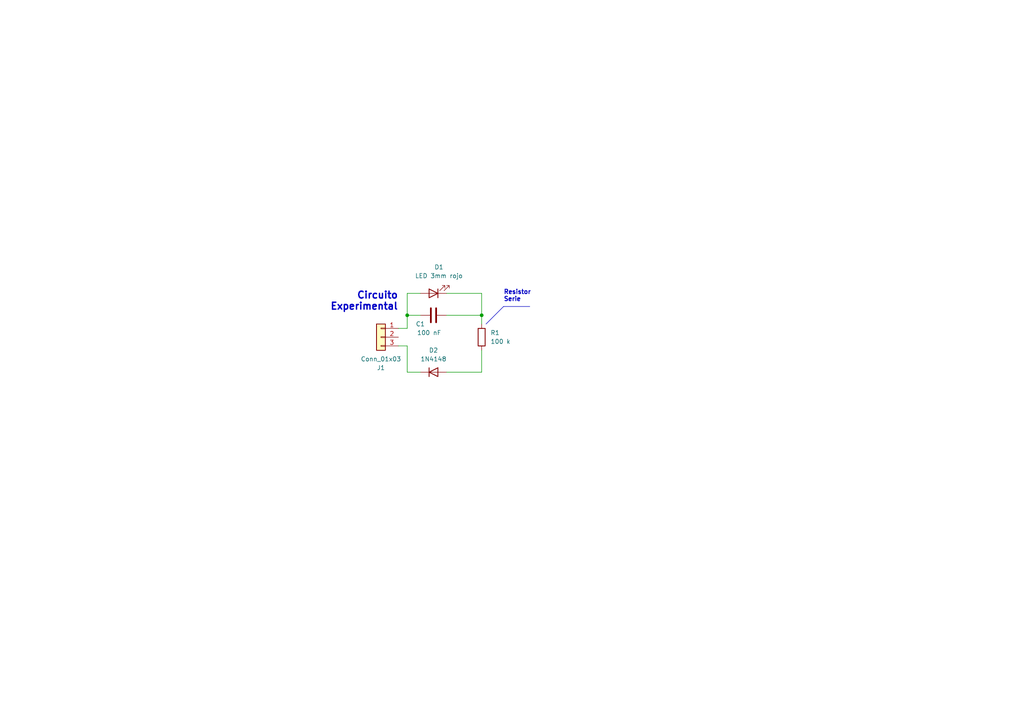
<source format=kicad_sch>
(kicad_sch (version 20231120) (generator "eeschema") (generator_version "8.0")
  (paper "A4")
  (title_block (title "Kicad Tour") (date "2023-06-09") (company "Curso KiCad") (comment 1 "Autor: Diego Brengi"))
  (lib_symbols
    (symbol "Connector_Generic:Conn_01x03" (pin_names (offset 1.016) hide)
      (property "Reference" "J" (at 0 5.08 0))
      (property "Value" "Conn_01x03" (at 0 -5.08 0))
      (symbol "Conn_01x03_1_1"
        (rectangle (start -1.27 -2.413) (end 0 -2.667) (stroke (width 0.1524)))
        (rectangle (start -1.27 0.127) (end 0 -0.127) (stroke (width 0.1524)))
        (rectangle (start -1.27 2.667) (end 0 2.413) (stroke (width 0.1524)))
        (rectangle (start -1.27 3.81) (end 1.27 -3.81) (stroke (width 0.254)) (fill (type background)))
        (pin passive line (at -5.08 2.54 0) (length 3.81) (name "Pin_1") (number "1"))
        (pin passive line (at -5.08 0 0) (length 3.81) (name "Pin_2") (number "2"))
        (pin passive line (at -5.08 -2.54 0) (length 3.81) (name "Pin_3") (number "3"))
      )
    )
    (symbol "Device:C" (pin_numbers hide) (pin_names (offset 0.254))
      (property "Reference" "C" (at 0.635 2.54 0))
      (property "Value" "C" (at 0.635 -2.54 0))
      (symbol "C_0_1"
        (polyline (pts (xy -2.032 -0.762) (xy 2.032 -0.762)) (stroke (width 0.508)))
        (polyline (pts (xy -2.032 0.762) (xy 2.032 0.762)) (stroke (width 0.508)))
      )
      (symbol "C_1_1"
        (pin passive line (at 0 3.81 270) (length 2.794) (name "~") (number "1"))
        (pin passive line (at 0 -3.81 90) (length 2.794) (name "~") (number "2"))
      )
    )
    (symbol "Device:D" (pin_numbers hide) (pin_names (offset 1.016) hide)
      (property "Reference" "D" (at 0 2.54 0))
      (property "Value" "D" (at 0 -2.54 0))
      (symbol "D_0_1"
        (polyline (pts (xy -1.27 1.27) (xy -1.27 -1.27)) (stroke (width 0.254)))
        (polyline (pts (xy 1.27 0) (xy -1.27 0)))
        (polyline (pts (xy 1.27 1.27) (xy 1.27 -1.27) (xy -1.27 0) (xy 1.27 1.27)) (stroke (width 0.254)))
      )
      (symbol "D_1_1"
        (pin passive line (at -3.81 0 0) (length 2.54) (name "K") (number "1"))
        (pin passive line (at 3.81 0 180) (length 2.54) (name "A") (number "2"))
      )
    )
    (symbol "Device:LED" (pin_numbers hide) (pin_names (offset 1.016) hide)
      (property "Reference" "D" (at 0 2.54 0))
      (property "Value" "LED" (at 0 -2.54 0))
      (symbol "LED_0_1"
        (polyline (pts (xy -1.27 -1.27) (xy -1.27 1.27)) (stroke (width 0.254)))
        (polyline (pts (xy -1.27 0) (xy 1.27 0)))
        (polyline (pts (xy 1.27 -1.27) (xy 1.27 1.27) (xy -1.27 0) (xy 1.27 -1.27)) (stroke (width 0.254)))
        (polyline (pts (xy -3.048 -0.762) (xy -4.572 -2.286) (xy -3.81 -2.286) (xy -4.572 -2.286) (xy -4.572 -1.524)))
        (polyline (pts (xy -1.778 -0.762) (xy -3.302 -2.286) (xy -2.54 -2.286) (xy -3.302 -2.286) (xy -3.302 -1.524)))
      )
      (symbol "LED_1_1"
        (pin passive line (at -3.81 0 0) (length 2.54) (name "K") (number "1"))
        (pin passive line (at 3.81 0 180) (length 2.54) (name "A") (number "2"))
      )
    )
    (symbol "Device:R" (pin_numbers hide) (pin_names (offset 0))
      (property "Reference" "R" (at 2.032 0 90))
      (property "Value" "R" (at 0 0 90))
      (symbol "R_0_1"
        (rectangle (start -1.016 -2.54) (end 1.016 2.54) (stroke (width 0.254)))
      )
      (symbol "R_1_1"
        (pin passive line (at 0 3.81 270) (length 1.27) (name "~") (number "1"))
        (pin passive line (at 0 -3.81 90) (length 1.27) (name "~") (number "2"))
      )
    )
  )
  (junction (at 118.11 91.44))
  (junction (at 139.7 91.44))
  (wire (pts (xy 118.11 91.44) (xy 121.92 91.44)))
  (wire (pts (xy 118.11 95.25) (xy 118.11 91.44)))
  (wire (pts (xy 118.11 100.33) (xy 115.57 100.33)))
  (wire (pts (xy 118.11 85.09) (xy 121.92 85.09)))
  (wire (pts (xy 139.7 101.6) (xy 139.7 107.95)))
  (wire (pts (xy 139.7 91.44) (xy 139.7 93.98)))
  (polyline (pts (xy 140.97 93.98) (xy 146.05 88.9)))
  (wire (pts (xy 118.11 91.44) (xy 118.11 85.09)))
  (wire (pts (xy 129.54 91.44) (xy 139.7 91.44)))
  (wire (pts (xy 139.7 85.09) (xy 139.7 91.44)))
  (wire (pts (xy 118.11 107.95) (xy 118.11 100.33)))
  (wire (pts (xy 139.7 107.95) (xy 129.54 107.95)))
  (wire (pts (xy 129.54 85.09) (xy 139.7 85.09)))
  (wire (pts (xy 118.11 95.25) (xy 115.57 95.25)))
  (polyline (pts (xy 146.05 88.9) (xy 153.67 88.9)))
  (wire (pts (xy 121.92 107.95) (xy 118.11 107.95)))
  (text "Circuito\nExperimental" (at 115.57 90.17 0) (effects (font (size 2 2) (thickness 0.4) (bold yes)) (justify right bottom)))
  (text "Resistor\nSerie" (at 146.05 87.63 0) (effects (font (size 1.27 1.27) (thickness 0.254) (bold yes)) (justify left bottom)))
  (symbol (lib_id "Device:LED") (at 125.73 85.09 180) (unit 1)
    (property "Reference" "D1" (at 127.3175 77.47 0))
    (property "Value" "LED 3mm rojo" (at 127.3175 80.01 0))
    (property "Footprint" "LED_THT:LED_D3.0mm" (effects (hide yes)))
  )
  (symbol (lib_id "Device:D") (at 125.73 107.95 0) (unit 1)
    (property "Reference" "D2" (at 125.73 101.6 0))
    (property "Value" "1N4148" (at 125.73 104.14 0))
    (property "Footprint" "Diode_THT:D_DO-34_SOD68_P7.62mm_Horizontal" (effects (hide yes)))
    (property "Sim.Device" "D" (effects (hide yes)))
    (property "Sim.Pins" "1=K 2=A" (effects (hide yes)))
  )
  (symbol (lib_id "Device:R") (at 139.7 97.79 0) (unit 1)
    (property "Reference" "R1" (at 142.24 96.52 0) (effects (justify left)))
    (property "Value" "100 k" (at 142.24 99.06 0) (effects (justify left)))
    (property "Footprint" "Resistor_THT:R_Axial_DIN0207_L6.3mm_D2.5mm_P10.16mm_Horizontal" (effects (hide yes)))
  )
  (symbol (lib_id "Device:C") (at 125.73 91.44 90) (unit 1)
    (property "Reference" "C1" (at 121.92 93.98 90))
    (property "Value" "100 nF" (at 124.46 96.52 90))
    (property "Footprint" "Capacitor_THT:C_Disc_D4.3mm_W1.9mm_P5.00mm" (effects (hide yes)))
  )
  (symbol (lib_id "Connector_Generic:Conn_01x03") (at 110.49 97.79 0) (mirror y) (unit 1)
    (property "Reference" "J1" (at 110.49 106.68 0))
    (property "Value" "Conn_01x03" (at 110.49 104.14 0))
    (property "Footprint" "Connector_PinHeader_2.54mm:PinHeader_1x03_P2.54mm_Vertical" (effects (hide yes)))
  )
)
</source>
